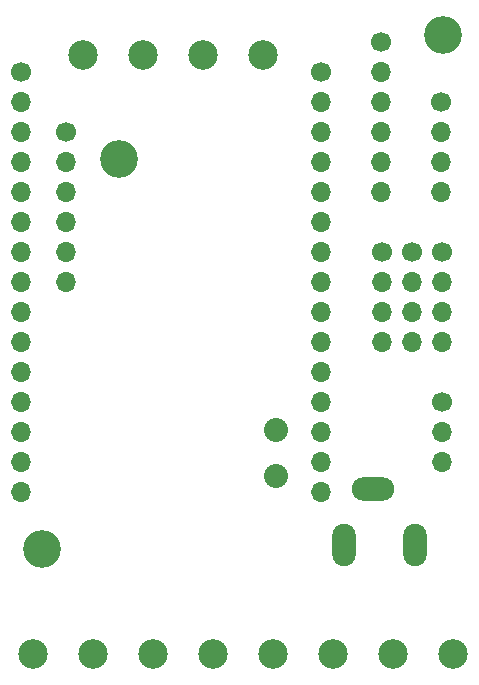
<source format=gbr>
%TF.GenerationSoftware,KiCad,Pcbnew,(6.0.5)*%
%TF.CreationDate,2022-06-06T15:53:17-04:00*%
%TF.ProjectId,NoU2,4e6f5532-2e6b-4696-9361-645f70636258,rev?*%
%TF.SameCoordinates,Original*%
%TF.FileFunction,Soldermask,Bot*%
%TF.FilePolarity,Negative*%
%FSLAX46Y46*%
G04 Gerber Fmt 4.6, Leading zero omitted, Abs format (unit mm)*
G04 Created by KiCad (PCBNEW (6.0.5)) date 2022-06-06 15:53:17*
%MOMM*%
%LPD*%
G01*
G04 APERTURE LIST*
G04 Aperture macros list*
%AMRoundRect*
0 Rectangle with rounded corners*
0 $1 Rounding radius*
0 $2 $3 $4 $5 $6 $7 $8 $9 X,Y pos of 4 corners*
0 Add a 4 corners polygon primitive as box body*
4,1,4,$2,$3,$4,$5,$6,$7,$8,$9,$2,$3,0*
0 Add four circle primitives for the rounded corners*
1,1,$1+$1,$2,$3*
1,1,$1+$1,$4,$5*
1,1,$1+$1,$6,$7*
1,1,$1+$1,$8,$9*
0 Add four rect primitives between the rounded corners*
20,1,$1+$1,$2,$3,$4,$5,0*
20,1,$1+$1,$4,$5,$6,$7,0*
20,1,$1+$1,$6,$7,$8,$9,0*
20,1,$1+$1,$8,$9,$2,$3,0*%
G04 Aperture macros list end*
%ADD10RoundRect,1.000000X0.000000X0.800000X0.000000X0.800000X0.000000X-0.800000X0.000000X-0.800000X0*%
%ADD11RoundRect,1.000000X0.800000X0.000000X-0.800000X0.000000X-0.800000X0.000000X0.800000X0.000000X0*%
%ADD12C,1.700000*%
%ADD13O,1.700000X1.700000*%
%ADD14C,2.500000*%
%ADD15C,3.200000*%
%ADD16C,2.032000*%
G04 APERTURE END LIST*
D10*
%TO.C,J9*%
X129083000Y-146700000D03*
X135083000Y-146700000D03*
D11*
X131583000Y-141950000D03*
%TD*%
D12*
%TO.C,J1*%
X132258000Y-104064000D03*
D13*
X132258000Y-106604000D03*
X132258000Y-109144000D03*
X132258000Y-111684000D03*
X132258000Y-114224000D03*
X132258000Y-116764000D03*
%TD*%
D12*
%TO.C,J2*%
X132283400Y-121844000D03*
D13*
X132283400Y-124384000D03*
X132283400Y-126924000D03*
X132283400Y-129464000D03*
%TD*%
D12*
%TO.C,J3*%
X137338000Y-109144000D03*
D13*
X137338000Y-111684000D03*
X137338000Y-114224000D03*
X137338000Y-116764000D03*
%TD*%
D12*
%TO.C,J4*%
X105588000Y-111684000D03*
D13*
X105588000Y-114224000D03*
X105588000Y-116764000D03*
X105588000Y-119304000D03*
X105588000Y-121844000D03*
X105588000Y-124384000D03*
%TD*%
D14*
%TO.C,J7*%
X123114000Y-155880000D03*
X128194000Y-155880000D03*
X133274000Y-155880000D03*
X138354000Y-155880000D03*
%TD*%
%TO.C,J6*%
X102794000Y-155880000D03*
X107874000Y-155880000D03*
X112954000Y-155880000D03*
X118034000Y-155880000D03*
%TD*%
D12*
%TO.C,J10*%
X101778000Y-106604000D03*
D13*
X101778000Y-109144000D03*
X101778000Y-111684000D03*
X101778000Y-114224000D03*
X101778000Y-116764000D03*
X101778000Y-119304000D03*
X101778000Y-121844000D03*
X101778000Y-124384000D03*
X101778000Y-126924000D03*
X101778000Y-129464000D03*
X101778000Y-132004000D03*
X101778000Y-134544000D03*
X101778000Y-137084000D03*
X101778000Y-139624000D03*
X101778000Y-142164000D03*
%TD*%
D12*
%TO.C,J11*%
X127178000Y-106600000D03*
D13*
X127178000Y-109140000D03*
X127178000Y-111680000D03*
X127178000Y-114220000D03*
X127178000Y-116760000D03*
X127178000Y-119300000D03*
X127178000Y-121840000D03*
X127178000Y-124380000D03*
X127178000Y-126920000D03*
X127178000Y-129460000D03*
X127178000Y-132000000D03*
X127178000Y-134540000D03*
X127178000Y-137080000D03*
X127178000Y-139620000D03*
X127178000Y-142160000D03*
%TD*%
D12*
%TO.C,U8*%
X137363400Y-134544000D03*
D13*
X137363400Y-137084000D03*
X137363400Y-139624000D03*
%TD*%
D12*
%TO.C,J5*%
X137363400Y-121844000D03*
D13*
X137363400Y-124384000D03*
X137363400Y-126924000D03*
X137363400Y-129464000D03*
%TD*%
D12*
%TO.C,J12*%
X134823400Y-121844000D03*
D13*
X134823400Y-124384000D03*
X134823400Y-126924000D03*
X134823400Y-129464000D03*
%TD*%
D15*
%TO.C,REF\u002A\u002A*%
X103500000Y-147000000D03*
%TD*%
%TO.C,REF\u002A\u002A*%
X137500000Y-103500000D03*
%TD*%
D14*
%TO.C,J8*%
X122225000Y-105207000D03*
X117145000Y-105207000D03*
X112065000Y-105207000D03*
X106985000Y-105207000D03*
%TD*%
D16*
%TO.C,J13*%
X123342600Y-140792400D03*
%TD*%
%TO.C,J14*%
X123342600Y-136880800D03*
%TD*%
D15*
%TO.C,REF\u002A\u002A*%
X110000000Y-114000000D03*
%TD*%
M02*

</source>
